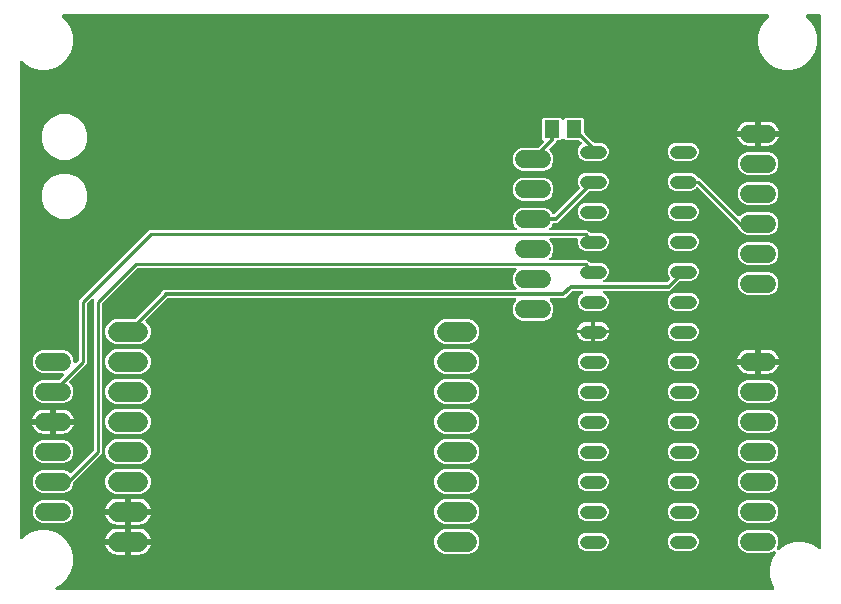
<source format=gbr>
G04 EAGLE Gerber RS-274X export*
G75*
%MOMM*%
%FSLAX34Y34*%
%LPD*%
%INBottom Copper*%
%IPPOS*%
%AMOC8*
5,1,8,0,0,1.08239X$1,22.5*%
G01*
%ADD10C,1.524000*%
%ADD11C,1.108000*%
%ADD12C,1.705100*%
%ADD13R,1.300000X1.500000*%
%ADD14C,0.756400*%
%ADD15C,0.304800*%
%ADD16C,0.254000*%

G36*
X647678Y-15223D02*
X647678Y-15223D01*
X647810Y-15212D01*
X647836Y-15203D01*
X647862Y-15199D01*
X647985Y-15151D01*
X648111Y-15107D01*
X648133Y-15092D01*
X648158Y-15082D01*
X648265Y-15005D01*
X648376Y-14931D01*
X648394Y-14911D01*
X648415Y-14896D01*
X648500Y-14793D01*
X648589Y-14695D01*
X648601Y-14671D01*
X648618Y-14651D01*
X648675Y-14531D01*
X648736Y-14414D01*
X648742Y-14387D01*
X648754Y-14363D01*
X648779Y-14233D01*
X648809Y-14104D01*
X648809Y-14077D01*
X648814Y-14051D01*
X648805Y-13919D01*
X648803Y-13786D01*
X648796Y-13760D01*
X648794Y-13733D01*
X648753Y-13607D01*
X648718Y-13480D01*
X648701Y-13445D01*
X648696Y-13431D01*
X648684Y-13412D01*
X648646Y-13335D01*
X646554Y-9712D01*
X644839Y-3312D01*
X644839Y3312D01*
X646554Y9712D01*
X649882Y15477D01*
X649907Y15535D01*
X649940Y15589D01*
X649968Y15681D01*
X650006Y15770D01*
X650015Y15833D01*
X650034Y15893D01*
X650038Y15989D01*
X650052Y16085D01*
X650046Y16148D01*
X650049Y16210D01*
X650029Y16305D01*
X650019Y16401D01*
X649997Y16460D01*
X649984Y16522D01*
X649942Y16609D01*
X649908Y16699D01*
X649872Y16751D01*
X649845Y16808D01*
X649782Y16881D01*
X649727Y16960D01*
X649679Y17002D01*
X649638Y17050D01*
X649559Y17105D01*
X649486Y17168D01*
X649430Y17196D01*
X649378Y17233D01*
X649288Y17267D01*
X649202Y17310D01*
X649140Y17323D01*
X649081Y17345D01*
X648985Y17356D01*
X648891Y17376D01*
X648828Y17374D01*
X648765Y17381D01*
X648669Y17367D01*
X648573Y17363D01*
X648512Y17345D01*
X648450Y17336D01*
X648298Y17284D01*
X644544Y15729D01*
X625456Y15729D01*
X621902Y17202D01*
X619182Y19922D01*
X617709Y23476D01*
X617709Y27324D01*
X619182Y30878D01*
X621902Y33598D01*
X625456Y35071D01*
X644544Y35071D01*
X648098Y33598D01*
X650818Y30878D01*
X652291Y27324D01*
X652291Y23476D01*
X650771Y19807D01*
X650752Y19739D01*
X650725Y19675D01*
X650710Y19586D01*
X650687Y19500D01*
X650686Y19430D01*
X650675Y19361D01*
X650683Y19272D01*
X650682Y19182D01*
X650698Y19114D01*
X650705Y19045D01*
X650735Y18960D01*
X650756Y18873D01*
X650789Y18811D01*
X650812Y18745D01*
X650863Y18671D01*
X650905Y18592D01*
X650952Y18540D01*
X650991Y18482D01*
X651058Y18423D01*
X651119Y18356D01*
X651177Y18318D01*
X651229Y18272D01*
X651309Y18231D01*
X651384Y18182D01*
X651450Y18159D01*
X651512Y18127D01*
X651600Y18107D01*
X651685Y18078D01*
X651755Y18073D01*
X651823Y18057D01*
X651912Y18060D01*
X652002Y18053D01*
X652071Y18065D01*
X652141Y18067D01*
X652227Y18092D01*
X652315Y18107D01*
X652379Y18136D01*
X652446Y18156D01*
X652523Y18201D01*
X652605Y18238D01*
X652660Y18282D01*
X652720Y18317D01*
X652841Y18423D01*
X654551Y20134D01*
X660288Y23446D01*
X666688Y25161D01*
X673312Y25161D01*
X679712Y23446D01*
X685449Y20134D01*
X686173Y19410D01*
X686282Y19325D01*
X686389Y19236D01*
X686408Y19228D01*
X686424Y19215D01*
X686552Y19160D01*
X686677Y19101D01*
X686697Y19097D01*
X686716Y19089D01*
X686854Y19067D01*
X686990Y19041D01*
X687010Y19042D01*
X687030Y19039D01*
X687169Y19052D01*
X687307Y19061D01*
X687326Y19067D01*
X687346Y19069D01*
X687477Y19116D01*
X687609Y19159D01*
X687627Y19170D01*
X687646Y19176D01*
X687760Y19254D01*
X687878Y19329D01*
X687892Y19344D01*
X687909Y19355D01*
X688001Y19459D01*
X688096Y19560D01*
X688106Y19578D01*
X688119Y19593D01*
X688182Y19717D01*
X688250Y19839D01*
X688255Y19859D01*
X688264Y19877D01*
X688294Y20013D01*
X688329Y20147D01*
X688331Y20175D01*
X688334Y20187D01*
X688333Y20207D01*
X688339Y20308D01*
X688339Y470570D01*
X688324Y470688D01*
X688317Y470807D01*
X688304Y470845D01*
X688299Y470886D01*
X688256Y470996D01*
X688219Y471109D01*
X688197Y471144D01*
X688182Y471181D01*
X688113Y471277D01*
X688049Y471378D01*
X688019Y471406D01*
X687996Y471439D01*
X687904Y471515D01*
X687817Y471596D01*
X687782Y471616D01*
X687751Y471641D01*
X687643Y471692D01*
X687539Y471750D01*
X687499Y471760D01*
X687463Y471777D01*
X687346Y471799D01*
X687231Y471829D01*
X687171Y471833D01*
X687151Y471837D01*
X687130Y471835D01*
X687070Y471839D01*
X676808Y471839D01*
X676670Y471822D01*
X676531Y471809D01*
X676512Y471802D01*
X676492Y471799D01*
X676363Y471748D01*
X676232Y471701D01*
X676215Y471690D01*
X676196Y471682D01*
X676084Y471601D01*
X675969Y471523D01*
X675955Y471507D01*
X675939Y471496D01*
X675850Y471388D01*
X675758Y471284D01*
X675749Y471266D01*
X675736Y471251D01*
X675677Y471125D01*
X675614Y471001D01*
X675609Y470981D01*
X675601Y470963D01*
X675575Y470827D01*
X675544Y470691D01*
X675545Y470670D01*
X675541Y470651D01*
X675550Y470512D01*
X675554Y470373D01*
X675559Y470353D01*
X675561Y470333D01*
X675603Y470201D01*
X675642Y470067D01*
X675652Y470050D01*
X675659Y470031D01*
X675733Y469913D01*
X675804Y469793D01*
X675822Y469772D01*
X675829Y469762D01*
X675844Y469748D01*
X675910Y469673D01*
X680134Y465449D01*
X683446Y459712D01*
X685161Y453312D01*
X685161Y446688D01*
X683446Y440288D01*
X680134Y434551D01*
X675449Y429866D01*
X669712Y426554D01*
X663312Y424839D01*
X656688Y424839D01*
X650288Y426554D01*
X644551Y429866D01*
X639866Y434551D01*
X636554Y440288D01*
X634839Y446688D01*
X634839Y453312D01*
X636554Y459712D01*
X639866Y465449D01*
X644090Y469673D01*
X644175Y469782D01*
X644264Y469889D01*
X644272Y469908D01*
X644285Y469924D01*
X644340Y470052D01*
X644399Y470177D01*
X644403Y470197D01*
X644411Y470216D01*
X644433Y470354D01*
X644459Y470490D01*
X644458Y470510D01*
X644461Y470530D01*
X644448Y470669D01*
X644439Y470807D01*
X644433Y470826D01*
X644431Y470846D01*
X644384Y470978D01*
X644341Y471109D01*
X644330Y471127D01*
X644324Y471146D01*
X644246Y471261D01*
X644171Y471378D01*
X644156Y471392D01*
X644145Y471409D01*
X644041Y471501D01*
X643940Y471596D01*
X643922Y471606D01*
X643907Y471619D01*
X643782Y471683D01*
X643661Y471750D01*
X643641Y471755D01*
X643623Y471764D01*
X643488Y471794D01*
X643353Y471829D01*
X643325Y471831D01*
X643313Y471834D01*
X643293Y471833D01*
X643192Y471839D01*
X46808Y471839D01*
X46670Y471822D01*
X46531Y471809D01*
X46512Y471802D01*
X46492Y471799D01*
X46363Y471748D01*
X46232Y471701D01*
X46215Y471690D01*
X46196Y471682D01*
X46084Y471601D01*
X45969Y471523D01*
X45955Y471507D01*
X45939Y471496D01*
X45850Y471388D01*
X45758Y471284D01*
X45749Y471266D01*
X45736Y471251D01*
X45677Y471125D01*
X45614Y471001D01*
X45609Y470981D01*
X45601Y470963D01*
X45575Y470827D01*
X45544Y470691D01*
X45545Y470670D01*
X45541Y470651D01*
X45550Y470512D01*
X45554Y470373D01*
X45559Y470353D01*
X45561Y470333D01*
X45603Y470201D01*
X45642Y470067D01*
X45652Y470050D01*
X45659Y470031D01*
X45733Y469913D01*
X45804Y469793D01*
X45822Y469772D01*
X45829Y469762D01*
X45844Y469748D01*
X45910Y469673D01*
X50134Y465449D01*
X53446Y459712D01*
X55161Y453312D01*
X55161Y446688D01*
X53446Y440288D01*
X50134Y434551D01*
X45449Y429866D01*
X39712Y426554D01*
X33312Y424839D01*
X26688Y424839D01*
X20288Y426554D01*
X14551Y429866D01*
X12327Y432090D01*
X12218Y432175D01*
X12111Y432264D01*
X12092Y432272D01*
X12076Y432285D01*
X11948Y432340D01*
X11823Y432399D01*
X11803Y432403D01*
X11784Y432411D01*
X11646Y432433D01*
X11510Y432459D01*
X11490Y432458D01*
X11470Y432461D01*
X11331Y432448D01*
X11193Y432439D01*
X11174Y432433D01*
X11154Y432431D01*
X11022Y432384D01*
X10891Y432341D01*
X10873Y432330D01*
X10854Y432324D01*
X10739Y432246D01*
X10622Y432171D01*
X10608Y432156D01*
X10591Y432145D01*
X10499Y432041D01*
X10404Y431940D01*
X10394Y431922D01*
X10381Y431907D01*
X10317Y431782D01*
X10250Y431661D01*
X10245Y431641D01*
X10236Y431623D01*
X10206Y431488D01*
X10171Y431353D01*
X10169Y431325D01*
X10166Y431313D01*
X10167Y431293D01*
X10161Y431192D01*
X10161Y28808D01*
X10178Y28670D01*
X10191Y28531D01*
X10198Y28512D01*
X10201Y28492D01*
X10252Y28363D01*
X10299Y28232D01*
X10310Y28215D01*
X10318Y28196D01*
X10399Y28084D01*
X10477Y27969D01*
X10493Y27955D01*
X10504Y27939D01*
X10612Y27850D01*
X10716Y27758D01*
X10734Y27749D01*
X10749Y27736D01*
X10875Y27677D01*
X10999Y27614D01*
X11019Y27609D01*
X11037Y27601D01*
X11173Y27575D01*
X11309Y27544D01*
X11330Y27545D01*
X11349Y27541D01*
X11488Y27550D01*
X11627Y27554D01*
X11647Y27559D01*
X11667Y27561D01*
X11799Y27603D01*
X11933Y27642D01*
X11950Y27652D01*
X11969Y27659D01*
X12087Y27733D01*
X12207Y27804D01*
X12228Y27822D01*
X12238Y27829D01*
X12252Y27844D01*
X12327Y27910D01*
X14551Y30134D01*
X20288Y33446D01*
X26688Y35161D01*
X33312Y35161D01*
X39712Y33446D01*
X45449Y30134D01*
X50134Y25449D01*
X53446Y19712D01*
X55161Y13312D01*
X55161Y6688D01*
X53446Y288D01*
X50134Y-5449D01*
X45449Y-10134D01*
X40708Y-12871D01*
X40592Y-12959D01*
X40474Y-13044D01*
X40465Y-13055D01*
X40455Y-13063D01*
X40364Y-13177D01*
X40271Y-13289D01*
X40266Y-13302D01*
X40257Y-13312D01*
X40197Y-13446D01*
X40136Y-13577D01*
X40133Y-13590D01*
X40128Y-13603D01*
X40103Y-13747D01*
X40076Y-13890D01*
X40077Y-13903D01*
X40075Y-13916D01*
X40087Y-14062D01*
X40096Y-14207D01*
X40100Y-14220D01*
X40101Y-14233D01*
X40149Y-14371D01*
X40194Y-14509D01*
X40201Y-14521D01*
X40205Y-14534D01*
X40286Y-14655D01*
X40364Y-14778D01*
X40374Y-14787D01*
X40381Y-14799D01*
X40489Y-14896D01*
X40596Y-14996D01*
X40607Y-15003D01*
X40617Y-15012D01*
X40747Y-15079D01*
X40874Y-15150D01*
X40887Y-15153D01*
X40899Y-15159D01*
X41041Y-15193D01*
X41182Y-15229D01*
X41200Y-15230D01*
X41209Y-15232D01*
X41226Y-15232D01*
X41343Y-15239D01*
X647547Y-15239D01*
X647678Y-15223D01*
G37*
%LPC*%
G36*
X28556Y66529D02*
X28556Y66529D01*
X25002Y68002D01*
X22282Y70722D01*
X20809Y74276D01*
X20809Y78124D01*
X22282Y81678D01*
X25002Y84398D01*
X28556Y85871D01*
X47644Y85871D01*
X51198Y84398D01*
X51853Y83744D01*
X51947Y83671D01*
X52036Y83592D01*
X52072Y83574D01*
X52104Y83549D01*
X52213Y83502D01*
X52319Y83447D01*
X52359Y83439D01*
X52396Y83423D01*
X52514Y83404D01*
X52629Y83378D01*
X52670Y83379D01*
X52710Y83373D01*
X52828Y83384D01*
X52947Y83387D01*
X52986Y83399D01*
X53026Y83403D01*
X53139Y83443D01*
X53253Y83476D01*
X53288Y83496D01*
X53326Y83510D01*
X53424Y83577D01*
X53527Y83637D01*
X53572Y83677D01*
X53589Y83689D01*
X53602Y83704D01*
X53648Y83744D01*
X72508Y102604D01*
X72568Y102682D01*
X72636Y102754D01*
X72665Y102807D01*
X72702Y102855D01*
X72742Y102946D01*
X72790Y103033D01*
X72805Y103091D01*
X72829Y103147D01*
X72844Y103245D01*
X72869Y103341D01*
X72875Y103441D01*
X72879Y103461D01*
X72877Y103473D01*
X72879Y103501D01*
X72879Y230219D01*
X72862Y230356D01*
X72849Y230495D01*
X72842Y230514D01*
X72839Y230534D01*
X72788Y230663D01*
X72741Y230794D01*
X72730Y230811D01*
X72722Y230830D01*
X72641Y230943D01*
X72563Y231058D01*
X72547Y231071D01*
X72536Y231087D01*
X72428Y231176D01*
X72324Y231268D01*
X72306Y231277D01*
X72291Y231290D01*
X72165Y231349D01*
X72041Y231413D01*
X72021Y231417D01*
X72003Y231426D01*
X71867Y231452D01*
X71731Y231482D01*
X71710Y231482D01*
X71691Y231486D01*
X71552Y231477D01*
X71413Y231473D01*
X71393Y231467D01*
X71373Y231466D01*
X71241Y231423D01*
X71107Y231384D01*
X71090Y231374D01*
X71071Y231368D01*
X70953Y231293D01*
X70833Y231223D01*
X70812Y231204D01*
X70802Y231198D01*
X70788Y231183D01*
X70713Y231116D01*
X67192Y227596D01*
X67132Y227518D01*
X67064Y227446D01*
X67035Y227393D01*
X66998Y227345D01*
X66958Y227254D01*
X66910Y227167D01*
X66895Y227109D01*
X66871Y227053D01*
X66856Y226955D01*
X66831Y226859D01*
X66825Y226759D01*
X66821Y226739D01*
X66823Y226727D01*
X66821Y226699D01*
X66821Y176425D01*
X51994Y161598D01*
X51921Y161503D01*
X51842Y161414D01*
X51824Y161378D01*
X51799Y161346D01*
X51752Y161237D01*
X51697Y161131D01*
X51689Y161092D01*
X51673Y161055D01*
X51654Y160937D01*
X51628Y160821D01*
X51629Y160780D01*
X51623Y160740D01*
X51634Y160622D01*
X51637Y160503D01*
X51649Y160464D01*
X51653Y160424D01*
X51693Y160312D01*
X51726Y160197D01*
X51746Y160163D01*
X51760Y160125D01*
X51827Y160026D01*
X51887Y159923D01*
X51927Y159878D01*
X51939Y159861D01*
X51954Y159848D01*
X51994Y159803D01*
X53918Y157878D01*
X55391Y154324D01*
X55391Y150476D01*
X53918Y146922D01*
X51198Y144202D01*
X47644Y142729D01*
X28556Y142729D01*
X25002Y144202D01*
X22282Y146922D01*
X20809Y150476D01*
X20809Y154324D01*
X22282Y157878D01*
X25002Y160598D01*
X28556Y162071D01*
X42549Y162071D01*
X42647Y162083D01*
X42746Y162086D01*
X42804Y162103D01*
X42864Y162111D01*
X42956Y162147D01*
X43052Y162175D01*
X43104Y162205D01*
X43160Y162228D01*
X43240Y162286D01*
X43325Y162336D01*
X43401Y162402D01*
X43417Y162414D01*
X43425Y162424D01*
X43446Y162442D01*
X46966Y165963D01*
X47052Y166072D01*
X47140Y166179D01*
X47149Y166198D01*
X47161Y166214D01*
X47217Y166342D01*
X47276Y166467D01*
X47280Y166487D01*
X47288Y166506D01*
X47310Y166644D01*
X47336Y166780D01*
X47334Y166800D01*
X47337Y166820D01*
X47324Y166959D01*
X47316Y167097D01*
X47310Y167116D01*
X47308Y167136D01*
X47260Y167268D01*
X47218Y167399D01*
X47207Y167417D01*
X47200Y167436D01*
X47122Y167551D01*
X47048Y167668D01*
X47033Y167682D01*
X47021Y167699D01*
X46917Y167791D01*
X46816Y167886D01*
X46798Y167896D01*
X46783Y167909D01*
X46659Y167972D01*
X46537Y168040D01*
X46518Y168045D01*
X46500Y168054D01*
X46364Y168084D01*
X46230Y168119D01*
X46201Y168121D01*
X46189Y168124D01*
X46169Y168123D01*
X46069Y168129D01*
X28556Y168129D01*
X25002Y169602D01*
X22282Y172322D01*
X20809Y175876D01*
X20809Y179724D01*
X22282Y183278D01*
X25002Y185998D01*
X28556Y187471D01*
X47644Y187471D01*
X51198Y185998D01*
X53918Y183278D01*
X55391Y179724D01*
X55391Y177451D01*
X55408Y177314D01*
X55421Y177175D01*
X55428Y177156D01*
X55431Y177136D01*
X55482Y177006D01*
X55529Y176876D01*
X55540Y176859D01*
X55548Y176840D01*
X55629Y176727D01*
X55707Y176612D01*
X55723Y176599D01*
X55734Y176583D01*
X55842Y176494D01*
X55946Y176402D01*
X55964Y176393D01*
X55979Y176380D01*
X56105Y176321D01*
X56229Y176257D01*
X56249Y176253D01*
X56267Y176244D01*
X56403Y176218D01*
X56539Y176188D01*
X56560Y176188D01*
X56579Y176184D01*
X56718Y176193D01*
X56857Y176197D01*
X56877Y176203D01*
X56897Y176204D01*
X57029Y176247D01*
X57163Y176286D01*
X57180Y176296D01*
X57199Y176302D01*
X57317Y176377D01*
X57437Y176447D01*
X57458Y176466D01*
X57468Y176472D01*
X57482Y176487D01*
X57557Y176554D01*
X59808Y178804D01*
X59868Y178882D01*
X59936Y178954D01*
X59965Y179007D01*
X60002Y179055D01*
X60042Y179146D01*
X60090Y179233D01*
X60105Y179291D01*
X60129Y179347D01*
X60144Y179445D01*
X60169Y179541D01*
X60175Y179641D01*
X60179Y179661D01*
X60177Y179673D01*
X60179Y179701D01*
X60179Y229975D01*
X62496Y232292D01*
X116958Y286754D01*
X119275Y289071D01*
X429519Y289071D01*
X429656Y289088D01*
X429795Y289101D01*
X429814Y289108D01*
X429834Y289111D01*
X429963Y289162D01*
X430094Y289209D01*
X430111Y289220D01*
X430130Y289228D01*
X430242Y289309D01*
X430357Y289387D01*
X430371Y289403D01*
X430387Y289414D01*
X430476Y289522D01*
X430568Y289626D01*
X430577Y289644D01*
X430590Y289659D01*
X430649Y289785D01*
X430712Y289909D01*
X430717Y289929D01*
X430725Y289947D01*
X430752Y290084D01*
X430782Y290219D01*
X430781Y290240D01*
X430785Y290259D01*
X430777Y290398D01*
X430772Y290537D01*
X430767Y290557D01*
X430765Y290577D01*
X430723Y290709D01*
X430684Y290843D01*
X430674Y290860D01*
X430667Y290879D01*
X430593Y290997D01*
X430522Y291117D01*
X430504Y291138D01*
X430497Y291148D01*
X430482Y291162D01*
X430416Y291237D01*
X428682Y292972D01*
X427209Y296526D01*
X427209Y300374D01*
X428682Y303928D01*
X431402Y306648D01*
X434956Y308121D01*
X454044Y308121D01*
X457598Y306648D01*
X460318Y303928D01*
X460662Y303099D01*
X460686Y303056D01*
X460703Y303009D01*
X460765Y302918D01*
X460819Y302823D01*
X460854Y302787D01*
X460882Y302746D01*
X460964Y302673D01*
X461041Y302594D01*
X461083Y302569D01*
X461120Y302536D01*
X461218Y302486D01*
X461312Y302428D01*
X461359Y302414D01*
X461403Y302391D01*
X461511Y302367D01*
X461616Y302335D01*
X461665Y302332D01*
X461714Y302321D01*
X461823Y302325D01*
X461933Y302319D01*
X461982Y302330D01*
X462032Y302331D01*
X462137Y302362D01*
X462245Y302384D01*
X462289Y302406D01*
X462337Y302419D01*
X462432Y302475D01*
X462530Y302523D01*
X462568Y302556D01*
X462611Y302581D01*
X462732Y302687D01*
X483737Y323693D01*
X483810Y323787D01*
X483889Y323876D01*
X483907Y323912D01*
X483932Y323944D01*
X483980Y324053D01*
X484034Y324159D01*
X484043Y324199D01*
X484059Y324236D01*
X484077Y324354D01*
X484103Y324470D01*
X484102Y324510D01*
X484108Y324550D01*
X484097Y324669D01*
X484094Y324788D01*
X484082Y324826D01*
X484079Y324867D01*
X484038Y324979D01*
X484005Y325093D01*
X483985Y325128D01*
X483971Y325166D01*
X483904Y325264D01*
X483844Y325367D01*
X483804Y325412D01*
X483792Y325429D01*
X483777Y325442D01*
X483737Y325488D01*
X483325Y325900D01*
X482169Y328690D01*
X482169Y331710D01*
X483325Y334500D01*
X485460Y336635D01*
X488250Y337791D01*
X502350Y337791D01*
X505140Y336635D01*
X507275Y334500D01*
X508431Y331710D01*
X508431Y328690D01*
X507275Y325900D01*
X505140Y323765D01*
X502350Y322609D01*
X493290Y322609D01*
X493192Y322597D01*
X493093Y322594D01*
X493035Y322577D01*
X492975Y322569D01*
X492883Y322533D01*
X492788Y322505D01*
X492736Y322475D01*
X492679Y322452D01*
X492599Y322394D01*
X492514Y322344D01*
X492438Y322278D01*
X492422Y322266D01*
X492414Y322256D01*
X492393Y322238D01*
X465031Y294875D01*
X461955Y294875D01*
X461926Y294872D01*
X461896Y294874D01*
X461768Y294852D01*
X461639Y294835D01*
X461612Y294825D01*
X461583Y294820D01*
X461464Y294766D01*
X461344Y294718D01*
X461320Y294701D01*
X461293Y294689D01*
X461191Y294608D01*
X461086Y294532D01*
X461068Y294509D01*
X461044Y294490D01*
X460966Y294387D01*
X460884Y294287D01*
X460871Y294260D01*
X460853Y294236D01*
X460782Y294092D01*
X460318Y292972D01*
X458584Y291237D01*
X458499Y291128D01*
X458410Y291021D01*
X458401Y291002D01*
X458389Y290986D01*
X458334Y290858D01*
X458275Y290733D01*
X458271Y290713D01*
X458263Y290694D01*
X458241Y290556D01*
X458215Y290420D01*
X458216Y290400D01*
X458213Y290380D01*
X458226Y290241D01*
X458235Y290103D01*
X458241Y290084D01*
X458243Y290064D01*
X458290Y289932D01*
X458333Y289801D01*
X458343Y289783D01*
X458350Y289764D01*
X458428Y289649D01*
X458503Y289532D01*
X458517Y289518D01*
X458529Y289501D01*
X458633Y289409D01*
X458734Y289314D01*
X458752Y289304D01*
X458767Y289291D01*
X458891Y289227D01*
X459013Y289160D01*
X459032Y289155D01*
X459050Y289146D01*
X459186Y289116D01*
X459321Y289081D01*
X459349Y289079D01*
X459361Y289076D01*
X459381Y289077D01*
X459481Y289071D01*
X490325Y289071D01*
X492034Y287362D01*
X492112Y287302D01*
X492184Y287234D01*
X492237Y287205D01*
X492285Y287168D01*
X492376Y287128D01*
X492463Y287080D01*
X492521Y287065D01*
X492577Y287041D01*
X492675Y287026D01*
X492771Y287001D01*
X492871Y286995D01*
X492891Y286991D01*
X492903Y286993D01*
X492931Y286991D01*
X502350Y286991D01*
X505140Y285835D01*
X507275Y283700D01*
X508431Y280910D01*
X508431Y277890D01*
X507275Y275100D01*
X505140Y272965D01*
X502350Y271809D01*
X488250Y271809D01*
X485460Y272965D01*
X483325Y275100D01*
X482169Y277890D01*
X482169Y281160D01*
X482154Y281278D01*
X482147Y281397D01*
X482134Y281435D01*
X482129Y281476D01*
X482086Y281586D01*
X482049Y281699D01*
X482027Y281734D01*
X482012Y281771D01*
X481943Y281867D01*
X481879Y281968D01*
X481849Y281996D01*
X481826Y282029D01*
X481734Y282105D01*
X481647Y282186D01*
X481612Y282206D01*
X481581Y282231D01*
X481473Y282282D01*
X481369Y282340D01*
X481329Y282350D01*
X481293Y282367D01*
X481176Y282389D01*
X481061Y282419D01*
X481001Y282423D01*
X480981Y282427D01*
X480960Y282425D01*
X480900Y282429D01*
X459481Y282429D01*
X459344Y282412D01*
X459205Y282399D01*
X459186Y282392D01*
X459166Y282389D01*
X459037Y282338D01*
X458906Y282291D01*
X458889Y282280D01*
X458870Y282272D01*
X458758Y282191D01*
X458643Y282113D01*
X458629Y282097D01*
X458613Y282086D01*
X458524Y281978D01*
X458432Y281874D01*
X458423Y281856D01*
X458410Y281841D01*
X458351Y281715D01*
X458288Y281591D01*
X458283Y281571D01*
X458275Y281553D01*
X458248Y281416D01*
X458218Y281281D01*
X458219Y281260D01*
X458215Y281241D01*
X458223Y281102D01*
X458228Y280963D01*
X458233Y280943D01*
X458235Y280923D01*
X458277Y280791D01*
X458316Y280657D01*
X458326Y280640D01*
X458333Y280621D01*
X458407Y280503D01*
X458478Y280383D01*
X458496Y280362D01*
X458503Y280352D01*
X458518Y280338D01*
X458584Y280263D01*
X460318Y278528D01*
X461791Y274974D01*
X461791Y271126D01*
X460318Y267572D01*
X458584Y265837D01*
X458499Y265728D01*
X458410Y265621D01*
X458401Y265602D01*
X458389Y265586D01*
X458334Y265458D01*
X458275Y265333D01*
X458271Y265313D01*
X458263Y265294D01*
X458241Y265156D01*
X458215Y265020D01*
X458216Y265000D01*
X458213Y264980D01*
X458226Y264841D01*
X458235Y264703D01*
X458241Y264684D01*
X458243Y264664D01*
X458290Y264532D01*
X458333Y264401D01*
X458343Y264383D01*
X458350Y264364D01*
X458428Y264249D01*
X458503Y264132D01*
X458517Y264118D01*
X458529Y264101D01*
X458633Y264009D01*
X458734Y263914D01*
X458752Y263904D01*
X458767Y263891D01*
X458891Y263827D01*
X459013Y263760D01*
X459032Y263755D01*
X459050Y263746D01*
X459186Y263716D01*
X459321Y263681D01*
X459349Y263679D01*
X459361Y263676D01*
X459381Y263677D01*
X459481Y263671D01*
X490325Y263671D01*
X492034Y261962D01*
X492112Y261902D01*
X492184Y261834D01*
X492237Y261805D01*
X492285Y261768D01*
X492376Y261728D01*
X492463Y261680D01*
X492521Y261665D01*
X492577Y261641D01*
X492675Y261626D01*
X492771Y261601D01*
X492871Y261595D01*
X492891Y261591D01*
X492903Y261593D01*
X492931Y261591D01*
X502350Y261591D01*
X505140Y260435D01*
X507275Y258300D01*
X508431Y255510D01*
X508431Y252490D01*
X507275Y249700D01*
X505140Y247565D01*
X504540Y247317D01*
X504480Y247282D01*
X504415Y247256D01*
X504342Y247204D01*
X504264Y247159D01*
X504214Y247111D01*
X504158Y247070D01*
X504100Y247000D01*
X504036Y246938D01*
X503999Y246878D01*
X503955Y246825D01*
X503916Y246743D01*
X503869Y246667D01*
X503849Y246600D01*
X503819Y246537D01*
X503802Y246449D01*
X503776Y246363D01*
X503773Y246293D01*
X503759Y246224D01*
X503765Y246135D01*
X503761Y246045D01*
X503775Y245977D01*
X503779Y245907D01*
X503807Y245822D01*
X503825Y245734D01*
X503856Y245671D01*
X503877Y245605D01*
X503925Y245529D01*
X503965Y245448D01*
X504010Y245395D01*
X504047Y245336D01*
X504113Y245274D01*
X504171Y245206D01*
X504228Y245166D01*
X504279Y245118D01*
X504358Y245075D01*
X504431Y245023D01*
X504496Y244998D01*
X504557Y244964D01*
X504644Y244942D01*
X504728Y244910D01*
X504798Y244902D01*
X504865Y244885D01*
X505026Y244875D01*
X557153Y244875D01*
X557251Y244887D01*
X557350Y244890D01*
X557408Y244907D01*
X557468Y244915D01*
X557560Y244951D01*
X557655Y244979D01*
X557708Y245009D01*
X557764Y245032D01*
X557844Y245090D01*
X557929Y245140D01*
X558005Y245206D01*
X558021Y245218D01*
X558029Y245228D01*
X558050Y245246D01*
X560117Y247313D01*
X560190Y247407D01*
X560269Y247496D01*
X560287Y247532D01*
X560312Y247564D01*
X560359Y247674D01*
X560413Y247780D01*
X560422Y247819D01*
X560438Y247856D01*
X560457Y247974D01*
X560483Y248090D01*
X560482Y248130D01*
X560488Y248170D01*
X560477Y248289D01*
X560473Y248408D01*
X560462Y248447D01*
X560458Y248487D01*
X560418Y248599D01*
X560385Y248713D01*
X560364Y248748D01*
X560351Y248786D01*
X560284Y248885D01*
X560223Y248987D01*
X560184Y249033D01*
X560172Y249049D01*
X560157Y249063D01*
X560117Y249108D01*
X559525Y249700D01*
X558369Y252490D01*
X558369Y255510D01*
X559525Y258300D01*
X561660Y260435D01*
X564450Y261591D01*
X578550Y261591D01*
X581340Y260435D01*
X583475Y258300D01*
X584631Y255510D01*
X584631Y252490D01*
X583475Y249700D01*
X581340Y247565D01*
X578550Y246409D01*
X569131Y246409D01*
X569033Y246397D01*
X568934Y246394D01*
X568876Y246377D01*
X568816Y246369D01*
X568724Y246333D01*
X568629Y246305D01*
X568576Y246275D01*
X568520Y246252D01*
X568440Y246194D01*
X568355Y246144D01*
X568279Y246078D01*
X568263Y246066D01*
X568255Y246056D01*
X568234Y246038D01*
X562746Y240550D01*
X562686Y240472D01*
X562618Y240400D01*
X562589Y240347D01*
X562552Y240299D01*
X562512Y240208D01*
X562464Y240121D01*
X562449Y240063D01*
X562425Y240007D01*
X562410Y239909D01*
X562391Y239835D01*
X560281Y237725D01*
X505026Y237725D01*
X504957Y237717D01*
X504887Y237718D01*
X504800Y237697D01*
X504711Y237685D01*
X504646Y237660D01*
X504578Y237643D01*
X504498Y237601D01*
X504415Y237568D01*
X504358Y237527D01*
X504297Y237495D01*
X504230Y237434D01*
X504158Y237382D01*
X504113Y237328D01*
X504061Y237281D01*
X504012Y237206D01*
X503955Y237137D01*
X503925Y237073D01*
X503887Y237015D01*
X503857Y236930D01*
X503819Y236849D01*
X503806Y236780D01*
X503783Y236714D01*
X503776Y236625D01*
X503759Y236537D01*
X503764Y236467D01*
X503758Y236397D01*
X503774Y236309D01*
X503779Y236219D01*
X503801Y236153D01*
X503813Y236084D01*
X503850Y236002D01*
X503877Y235917D01*
X503915Y235858D01*
X503943Y235794D01*
X503999Y235724D01*
X504047Y235648D01*
X504098Y235600D01*
X504142Y235546D01*
X504214Y235492D01*
X504279Y235430D01*
X504340Y235396D01*
X504396Y235354D01*
X504540Y235283D01*
X505140Y235035D01*
X507275Y232900D01*
X508431Y230110D01*
X508431Y227090D01*
X507275Y224300D01*
X505140Y222165D01*
X502350Y221009D01*
X488250Y221009D01*
X485460Y222165D01*
X483325Y224300D01*
X482169Y227090D01*
X482169Y230110D01*
X483325Y232900D01*
X485460Y235035D01*
X486060Y235283D01*
X486120Y235318D01*
X486185Y235344D01*
X486258Y235396D01*
X486336Y235441D01*
X486386Y235489D01*
X486442Y235530D01*
X486500Y235600D01*
X486564Y235662D01*
X486601Y235722D01*
X486645Y235775D01*
X486684Y235857D01*
X486731Y235933D01*
X486751Y236000D01*
X486781Y236063D01*
X486798Y236151D01*
X486824Y236237D01*
X486827Y236307D01*
X486841Y236376D01*
X486835Y236465D01*
X486839Y236555D01*
X486825Y236623D01*
X486821Y236693D01*
X486793Y236778D01*
X486775Y236866D01*
X486744Y236929D01*
X486723Y236995D01*
X486675Y237071D01*
X486635Y237152D01*
X486590Y237205D01*
X486553Y237264D01*
X486487Y237326D01*
X486429Y237394D01*
X486372Y237434D01*
X486321Y237482D01*
X486242Y237525D01*
X486169Y237577D01*
X486104Y237602D01*
X486043Y237636D01*
X485956Y237658D01*
X485872Y237690D01*
X485802Y237698D01*
X485735Y237715D01*
X485574Y237725D01*
X478256Y237725D01*
X478158Y237713D01*
X478059Y237710D01*
X478001Y237693D01*
X477941Y237685D01*
X477849Y237649D01*
X477754Y237621D01*
X477702Y237591D01*
X477645Y237568D01*
X477565Y237510D01*
X477480Y237460D01*
X477404Y237394D01*
X477388Y237382D01*
X477380Y237372D01*
X477359Y237354D01*
X471381Y231375D01*
X459735Y231375D01*
X459597Y231358D01*
X459459Y231345D01*
X459440Y231338D01*
X459420Y231335D01*
X459291Y231284D01*
X459160Y231237D01*
X459143Y231226D01*
X459124Y231218D01*
X459012Y231137D01*
X458897Y231059D01*
X458883Y231043D01*
X458867Y231032D01*
X458778Y230924D01*
X458686Y230820D01*
X458677Y230802D01*
X458664Y230787D01*
X458605Y230661D01*
X458542Y230537D01*
X458537Y230517D01*
X458529Y230499D01*
X458502Y230362D01*
X458472Y230227D01*
X458473Y230206D01*
X458469Y230187D01*
X458477Y230048D01*
X458482Y229909D01*
X458487Y229889D01*
X458489Y229869D01*
X458531Y229737D01*
X458570Y229603D01*
X458580Y229586D01*
X458587Y229567D01*
X458661Y229449D01*
X458732Y229329D01*
X458750Y229308D01*
X458757Y229298D01*
X458772Y229284D01*
X458838Y229209D01*
X460318Y227728D01*
X461791Y224174D01*
X461791Y220326D01*
X460318Y216772D01*
X457598Y214052D01*
X454044Y212579D01*
X434956Y212579D01*
X431402Y214052D01*
X428682Y216772D01*
X427209Y220326D01*
X427209Y224174D01*
X428682Y227728D01*
X430162Y229209D01*
X430247Y229318D01*
X430336Y229425D01*
X430345Y229444D01*
X430357Y229460D01*
X430412Y229588D01*
X430471Y229713D01*
X430475Y229733D01*
X430483Y229752D01*
X430505Y229890D01*
X430531Y230026D01*
X430530Y230046D01*
X430533Y230066D01*
X430520Y230205D01*
X430511Y230343D01*
X430505Y230362D01*
X430503Y230382D01*
X430456Y230514D01*
X430413Y230645D01*
X430403Y230663D01*
X430396Y230682D01*
X430318Y230797D01*
X430243Y230914D01*
X430229Y230928D01*
X430217Y230945D01*
X430113Y231037D01*
X430012Y231132D01*
X429994Y231142D01*
X429979Y231155D01*
X429855Y231219D01*
X429733Y231286D01*
X429714Y231291D01*
X429696Y231300D01*
X429560Y231330D01*
X429425Y231365D01*
X429397Y231367D01*
X429385Y231370D01*
X429365Y231369D01*
X429265Y231375D01*
X134997Y231375D01*
X134899Y231363D01*
X134800Y231360D01*
X134742Y231343D01*
X134682Y231335D01*
X134590Y231299D01*
X134495Y231271D01*
X134442Y231241D01*
X134386Y231218D01*
X134306Y231160D01*
X134221Y231110D01*
X134145Y231044D01*
X134129Y231032D01*
X134121Y231022D01*
X134100Y231004D01*
X116587Y213491D01*
X116514Y213396D01*
X116435Y213307D01*
X116417Y213271D01*
X116392Y213239D01*
X116345Y213130D01*
X116291Y213024D01*
X116282Y212985D01*
X116266Y212948D01*
X116247Y212830D01*
X116221Y212714D01*
X116222Y212673D01*
X116216Y212633D01*
X116227Y212515D01*
X116231Y212396D01*
X116242Y212357D01*
X116246Y212317D01*
X116286Y212205D01*
X116319Y212090D01*
X116339Y212056D01*
X116353Y212018D01*
X116420Y211919D01*
X116480Y211817D01*
X116520Y211771D01*
X116532Y211754D01*
X116547Y211741D01*
X116587Y211696D01*
X119092Y209191D01*
X120702Y205304D01*
X120702Y201096D01*
X119092Y197209D01*
X116116Y194234D01*
X112229Y192624D01*
X90971Y192624D01*
X87084Y194234D01*
X84108Y197209D01*
X82498Y201096D01*
X82498Y205304D01*
X84108Y209191D01*
X87084Y212166D01*
X90971Y213776D01*
X106954Y213776D01*
X107052Y213789D01*
X107152Y213792D01*
X107210Y213808D01*
X107270Y213816D01*
X107362Y213853D01*
X107457Y213880D01*
X107509Y213911D01*
X107566Y213933D01*
X107646Y213991D01*
X107731Y214042D01*
X107806Y214108D01*
X107823Y214120D01*
X107831Y214129D01*
X107852Y214148D01*
X129404Y235700D01*
X129464Y235778D01*
X129532Y235850D01*
X129561Y235903D01*
X129598Y235951D01*
X129638Y236042D01*
X129686Y236129D01*
X129701Y236187D01*
X129725Y236243D01*
X129740Y236341D01*
X129759Y236415D01*
X131869Y238525D01*
X429265Y238525D01*
X429403Y238542D01*
X429541Y238555D01*
X429560Y238562D01*
X429580Y238565D01*
X429709Y238616D01*
X429840Y238663D01*
X429857Y238674D01*
X429876Y238682D01*
X429988Y238763D01*
X430103Y238841D01*
X430117Y238857D01*
X430133Y238868D01*
X430222Y238976D01*
X430314Y239080D01*
X430323Y239098D01*
X430336Y239113D01*
X430395Y239239D01*
X430458Y239363D01*
X430463Y239383D01*
X430471Y239401D01*
X430498Y239538D01*
X430528Y239673D01*
X430527Y239694D01*
X430531Y239713D01*
X430523Y239852D01*
X430518Y239991D01*
X430513Y240011D01*
X430511Y240031D01*
X430469Y240163D01*
X430430Y240297D01*
X430420Y240314D01*
X430413Y240333D01*
X430339Y240451D01*
X430268Y240571D01*
X430250Y240592D01*
X430243Y240602D01*
X430228Y240616D01*
X430162Y240691D01*
X428682Y242172D01*
X427209Y245726D01*
X427209Y249574D01*
X428682Y253128D01*
X430416Y254863D01*
X430501Y254972D01*
X430590Y255079D01*
X430599Y255098D01*
X430611Y255114D01*
X430666Y255242D01*
X430725Y255367D01*
X430729Y255387D01*
X430737Y255406D01*
X430759Y255544D01*
X430785Y255680D01*
X430784Y255700D01*
X430787Y255720D01*
X430774Y255859D01*
X430765Y255997D01*
X430759Y256016D01*
X430757Y256036D01*
X430710Y256168D01*
X430667Y256299D01*
X430657Y256317D01*
X430650Y256336D01*
X430572Y256451D01*
X430497Y256568D01*
X430483Y256582D01*
X430471Y256599D01*
X430367Y256691D01*
X430266Y256786D01*
X430248Y256796D01*
X430233Y256809D01*
X430109Y256873D01*
X429987Y256940D01*
X429968Y256945D01*
X429950Y256954D01*
X429814Y256984D01*
X429679Y257019D01*
X429651Y257021D01*
X429639Y257024D01*
X429619Y257023D01*
X429519Y257029D01*
X109851Y257029D01*
X109753Y257017D01*
X109654Y257014D01*
X109596Y256997D01*
X109536Y256989D01*
X109444Y256953D01*
X109349Y256925D01*
X109296Y256895D01*
X109240Y256872D01*
X109160Y256814D01*
X109075Y256764D01*
X108999Y256698D01*
X108983Y256686D01*
X108975Y256676D01*
X108954Y256658D01*
X79892Y227596D01*
X79832Y227518D01*
X79764Y227446D01*
X79735Y227393D01*
X79698Y227345D01*
X79658Y227254D01*
X79610Y227167D01*
X79595Y227109D01*
X79571Y227053D01*
X79556Y226955D01*
X79531Y226859D01*
X79525Y226759D01*
X79521Y226739D01*
X79523Y226727D01*
X79521Y226699D01*
X79521Y100225D01*
X55762Y76466D01*
X55702Y76388D01*
X55634Y76316D01*
X55605Y76263D01*
X55568Y76215D01*
X55528Y76124D01*
X55480Y76037D01*
X55465Y75979D01*
X55441Y75923D01*
X55426Y75825D01*
X55401Y75729D01*
X55395Y75629D01*
X55391Y75609D01*
X55393Y75597D01*
X55391Y75569D01*
X55391Y74276D01*
X53918Y70722D01*
X51198Y68002D01*
X47644Y66529D01*
X28556Y66529D01*
G37*
%LPD*%
%LPC*%
G36*
X434956Y339579D02*
X434956Y339579D01*
X431402Y341052D01*
X428682Y343772D01*
X427209Y347326D01*
X427209Y351174D01*
X428682Y354728D01*
X431402Y357448D01*
X434956Y358921D01*
X448590Y358921D01*
X448688Y358933D01*
X448787Y358936D01*
X448845Y358953D01*
X448905Y358961D01*
X448997Y358997D01*
X449092Y359025D01*
X449144Y359055D01*
X449201Y359078D01*
X449281Y359136D01*
X449366Y359186D01*
X449442Y359252D01*
X449458Y359264D01*
X449466Y359274D01*
X449487Y359292D01*
X453275Y363080D01*
X453348Y363174D01*
X453426Y363263D01*
X453445Y363299D01*
X453470Y363331D01*
X453517Y363441D01*
X453571Y363547D01*
X453580Y363586D01*
X453596Y363623D01*
X453615Y363741D01*
X453641Y363857D01*
X453639Y363897D01*
X453646Y363937D01*
X453635Y364056D01*
X453631Y364175D01*
X453620Y364214D01*
X453616Y364254D01*
X453576Y364366D01*
X453543Y364480D01*
X453522Y364515D01*
X453508Y364553D01*
X453442Y364652D01*
X453381Y364754D01*
X453341Y364800D01*
X453330Y364816D01*
X453315Y364830D01*
X453275Y364875D01*
X451849Y366301D01*
X451849Y382999D01*
X453051Y384201D01*
X467749Y384201D01*
X469003Y382948D01*
X469097Y382875D01*
X469186Y382796D01*
X469222Y382778D01*
X469254Y382753D01*
X469363Y382705D01*
X469469Y382651D01*
X469508Y382642D01*
X469546Y382626D01*
X469663Y382608D01*
X469779Y382582D01*
X469820Y382583D01*
X469860Y382577D01*
X469978Y382588D01*
X470097Y382591D01*
X470136Y382603D01*
X470176Y382606D01*
X470288Y382647D01*
X470403Y382680D01*
X470438Y382700D01*
X470476Y382714D01*
X470574Y382781D01*
X470677Y382841D01*
X470722Y382881D01*
X470739Y382893D01*
X470752Y382908D01*
X470798Y382948D01*
X472051Y384201D01*
X486749Y384201D01*
X487951Y382999D01*
X487951Y371680D01*
X487963Y371582D01*
X487966Y371483D01*
X487983Y371425D01*
X487991Y371365D01*
X488027Y371273D01*
X488055Y371178D01*
X488085Y371126D01*
X488108Y371069D01*
X488166Y370989D01*
X488216Y370904D01*
X488282Y370828D01*
X488294Y370812D01*
X488304Y370804D01*
X488322Y370783D01*
X495543Y363562D01*
X495621Y363502D01*
X495693Y363434D01*
X495746Y363405D01*
X495794Y363368D01*
X495885Y363328D01*
X495972Y363280D01*
X496030Y363265D01*
X496086Y363241D01*
X496184Y363226D01*
X496280Y363201D01*
X496380Y363195D01*
X496400Y363191D01*
X496412Y363193D01*
X496440Y363191D01*
X502350Y363191D01*
X505140Y362035D01*
X507275Y359900D01*
X508431Y357110D01*
X508431Y354090D01*
X507275Y351300D01*
X505140Y349165D01*
X502350Y348009D01*
X488250Y348009D01*
X485460Y349165D01*
X483325Y351300D01*
X482169Y354090D01*
X482169Y357110D01*
X483325Y359900D01*
X485312Y361887D01*
X485385Y361981D01*
X485464Y362071D01*
X485482Y362107D01*
X485507Y362139D01*
X485555Y362248D01*
X485609Y362354D01*
X485618Y362393D01*
X485634Y362430D01*
X485652Y362548D01*
X485678Y362664D01*
X485677Y362704D01*
X485683Y362744D01*
X485672Y362863D01*
X485669Y362982D01*
X485657Y363021D01*
X485654Y363061D01*
X485613Y363173D01*
X485580Y363287D01*
X485560Y363322D01*
X485546Y363360D01*
X485479Y363459D01*
X485419Y363561D01*
X485379Y363607D01*
X485367Y363623D01*
X485352Y363637D01*
X485312Y363682D01*
X484267Y364728D01*
X484189Y364788D01*
X484117Y364856D01*
X484064Y364885D01*
X484016Y364922D01*
X483925Y364962D01*
X483838Y365010D01*
X483780Y365025D01*
X483724Y365049D01*
X483626Y365064D01*
X483530Y365089D01*
X483430Y365095D01*
X483410Y365099D01*
X483398Y365097D01*
X483370Y365099D01*
X472051Y365099D01*
X470798Y366352D01*
X470703Y366425D01*
X470614Y366504D01*
X470578Y366522D01*
X470546Y366547D01*
X470437Y366595D01*
X470331Y366649D01*
X470292Y366658D01*
X470254Y366674D01*
X470137Y366692D01*
X470021Y366718D01*
X469980Y366717D01*
X469940Y366723D01*
X469822Y366712D01*
X469703Y366709D01*
X469664Y366697D01*
X469624Y366694D01*
X469511Y366653D01*
X469397Y366620D01*
X469363Y366600D01*
X469324Y366586D01*
X469226Y366519D01*
X469123Y366459D01*
X469078Y366419D01*
X469061Y366407D01*
X469048Y366392D01*
X469003Y366352D01*
X467749Y365099D01*
X465244Y365099D01*
X465126Y365084D01*
X465007Y365077D01*
X464969Y365064D01*
X464928Y365059D01*
X464818Y365016D01*
X464705Y364979D01*
X464670Y364957D01*
X464633Y364942D01*
X464537Y364873D01*
X464436Y364809D01*
X464408Y364779D01*
X464375Y364756D01*
X464299Y364664D01*
X464218Y364577D01*
X464198Y364542D01*
X464173Y364511D01*
X464122Y364403D01*
X464064Y364299D01*
X464054Y364259D01*
X464037Y364223D01*
X464015Y364106D01*
X463985Y363991D01*
X463981Y363931D01*
X463977Y363911D01*
X463979Y363890D01*
X463975Y363830D01*
X463975Y363669D01*
X458573Y358268D01*
X458500Y358174D01*
X458422Y358085D01*
X458403Y358049D01*
X458379Y358017D01*
X458331Y357907D01*
X458277Y357802D01*
X458268Y357762D01*
X458252Y357725D01*
X458233Y357607D01*
X458207Y357491D01*
X458209Y357451D01*
X458202Y357411D01*
X458213Y357292D01*
X458217Y357173D01*
X458228Y357134D01*
X458232Y357094D01*
X458272Y356982D01*
X458306Y356868D01*
X458326Y356833D01*
X458340Y356795D01*
X458407Y356696D01*
X458467Y356594D01*
X458507Y356549D01*
X458518Y356532D01*
X458534Y356518D01*
X458573Y356473D01*
X460318Y354728D01*
X461791Y351174D01*
X461791Y347326D01*
X460318Y343772D01*
X457598Y341052D01*
X454044Y339579D01*
X434956Y339579D01*
G37*
%LPD*%
%LPC*%
G36*
X625456Y284969D02*
X625456Y284969D01*
X621902Y286442D01*
X619182Y289162D01*
X618316Y291251D01*
X618312Y291259D01*
X618309Y291268D01*
X618233Y291397D01*
X618159Y291527D01*
X618152Y291534D01*
X618148Y291542D01*
X618041Y291663D01*
X584537Y325167D01*
X584443Y325240D01*
X584354Y325319D01*
X584318Y325337D01*
X584286Y325362D01*
X584176Y325409D01*
X584070Y325463D01*
X584031Y325472D01*
X583994Y325488D01*
X583876Y325507D01*
X583760Y325533D01*
X583720Y325532D01*
X583680Y325538D01*
X583561Y325527D01*
X583442Y325523D01*
X583403Y325512D01*
X583363Y325508D01*
X583251Y325468D01*
X583137Y325435D01*
X583102Y325414D01*
X583064Y325401D01*
X582965Y325334D01*
X582863Y325273D01*
X582818Y325234D01*
X582801Y325222D01*
X582787Y325207D01*
X582742Y325167D01*
X581340Y323765D01*
X578550Y322609D01*
X564450Y322609D01*
X561660Y323765D01*
X559525Y325900D01*
X558369Y328690D01*
X558369Y331710D01*
X559525Y334500D01*
X561660Y336635D01*
X564450Y337791D01*
X578550Y337791D01*
X581340Y336635D01*
X583475Y334500D01*
X583556Y334304D01*
X583571Y334279D01*
X583580Y334251D01*
X583649Y334141D01*
X583714Y334028D01*
X583734Y334007D01*
X583750Y333982D01*
X583845Y333893D01*
X583935Y333800D01*
X583960Y333784D01*
X583982Y333764D01*
X584095Y333701D01*
X584206Y333633D01*
X584234Y333625D01*
X584260Y333610D01*
X584386Y333578D01*
X584510Y333540D01*
X584539Y333538D01*
X584568Y333531D01*
X584729Y333521D01*
X585575Y333521D01*
X618182Y300914D01*
X618277Y300841D01*
X618366Y300762D01*
X618402Y300744D01*
X618434Y300719D01*
X618543Y300672D01*
X618649Y300617D01*
X618688Y300609D01*
X618725Y300593D01*
X618843Y300574D01*
X618959Y300548D01*
X619000Y300549D01*
X619040Y300543D01*
X619158Y300554D01*
X619277Y300557D01*
X619316Y300569D01*
X619356Y300573D01*
X619468Y300613D01*
X619583Y300646D01*
X619617Y300666D01*
X619655Y300680D01*
X619754Y300747D01*
X619857Y300807D01*
X619902Y300847D01*
X619919Y300859D01*
X619932Y300874D01*
X619977Y300914D01*
X621902Y302838D01*
X625456Y304311D01*
X644544Y304311D01*
X648098Y302838D01*
X650818Y300118D01*
X652291Y296564D01*
X652291Y292716D01*
X650818Y289162D01*
X648098Y286442D01*
X644544Y284969D01*
X625456Y284969D01*
G37*
%LPD*%
%LPC*%
G36*
X43889Y348739D02*
X43889Y348739D01*
X36846Y351656D01*
X31456Y357046D01*
X28539Y364089D01*
X28539Y371711D01*
X31456Y378754D01*
X36846Y384144D01*
X43889Y387061D01*
X51511Y387061D01*
X58554Y384144D01*
X63944Y378754D01*
X66861Y371711D01*
X66861Y364089D01*
X63944Y357046D01*
X58554Y351656D01*
X51511Y348739D01*
X43889Y348739D01*
G37*
%LPD*%
%LPC*%
G36*
X43889Y298739D02*
X43889Y298739D01*
X36846Y301656D01*
X31456Y307046D01*
X28539Y314089D01*
X28539Y321711D01*
X31456Y328754D01*
X36846Y334144D01*
X43889Y337061D01*
X51511Y337061D01*
X58554Y334144D01*
X63944Y328754D01*
X66861Y321711D01*
X66861Y314089D01*
X63944Y307046D01*
X58554Y301656D01*
X51511Y298739D01*
X43889Y298739D01*
G37*
%LPD*%
%LPC*%
G36*
X369371Y40224D02*
X369371Y40224D01*
X365484Y41834D01*
X362508Y44809D01*
X360898Y48696D01*
X360898Y52904D01*
X362508Y56791D01*
X365484Y59766D01*
X369371Y61376D01*
X390629Y61376D01*
X394516Y59766D01*
X397492Y56791D01*
X399102Y52904D01*
X399102Y48696D01*
X397492Y44809D01*
X394516Y41834D01*
X390629Y40224D01*
X369371Y40224D01*
G37*
%LPD*%
%LPC*%
G36*
X369371Y141824D02*
X369371Y141824D01*
X365484Y143434D01*
X362508Y146409D01*
X360898Y150296D01*
X360898Y154504D01*
X362508Y158391D01*
X365484Y161366D01*
X369371Y162976D01*
X390629Y162976D01*
X394516Y161366D01*
X397492Y158391D01*
X399102Y154504D01*
X399102Y150296D01*
X397492Y146409D01*
X394516Y143434D01*
X390629Y141824D01*
X369371Y141824D01*
G37*
%LPD*%
%LPC*%
G36*
X90971Y65624D02*
X90971Y65624D01*
X87084Y67234D01*
X84108Y70209D01*
X82498Y74096D01*
X82498Y78304D01*
X84108Y82191D01*
X87084Y85166D01*
X90971Y86776D01*
X112229Y86776D01*
X116116Y85166D01*
X119092Y82191D01*
X120702Y78304D01*
X120702Y74096D01*
X119092Y70209D01*
X116116Y67234D01*
X112229Y65624D01*
X90971Y65624D01*
G37*
%LPD*%
%LPC*%
G36*
X90971Y141824D02*
X90971Y141824D01*
X87084Y143434D01*
X84108Y146409D01*
X82498Y150296D01*
X82498Y154504D01*
X84108Y158391D01*
X87084Y161366D01*
X90971Y162976D01*
X112229Y162976D01*
X116116Y161366D01*
X119092Y158391D01*
X120702Y154504D01*
X120702Y150296D01*
X119092Y146409D01*
X116116Y143434D01*
X112229Y141824D01*
X90971Y141824D01*
G37*
%LPD*%
%LPC*%
G36*
X90971Y167224D02*
X90971Y167224D01*
X87084Y168834D01*
X84108Y171809D01*
X82498Y175696D01*
X82498Y179904D01*
X84108Y183791D01*
X87084Y186766D01*
X90971Y188376D01*
X112229Y188376D01*
X116116Y186766D01*
X119092Y183791D01*
X120702Y179904D01*
X120702Y175696D01*
X119092Y171809D01*
X116116Y168834D01*
X112229Y167224D01*
X90971Y167224D01*
G37*
%LPD*%
%LPC*%
G36*
X369371Y167224D02*
X369371Y167224D01*
X365484Y168834D01*
X362508Y171809D01*
X360898Y175696D01*
X360898Y179904D01*
X362508Y183791D01*
X365484Y186766D01*
X369371Y188376D01*
X390629Y188376D01*
X394516Y186766D01*
X397492Y183791D01*
X399102Y179904D01*
X399102Y175696D01*
X397492Y171809D01*
X394516Y168834D01*
X390629Y167224D01*
X369371Y167224D01*
G37*
%LPD*%
%LPC*%
G36*
X369371Y14824D02*
X369371Y14824D01*
X365484Y16434D01*
X362508Y19409D01*
X360898Y23296D01*
X360898Y27504D01*
X362508Y31391D01*
X365484Y34366D01*
X369371Y35976D01*
X390629Y35976D01*
X394516Y34366D01*
X397492Y31391D01*
X399102Y27504D01*
X399102Y23296D01*
X397492Y19409D01*
X394516Y16434D01*
X390629Y14824D01*
X369371Y14824D01*
G37*
%LPD*%
%LPC*%
G36*
X369371Y116424D02*
X369371Y116424D01*
X365484Y118034D01*
X362508Y121009D01*
X360898Y124896D01*
X360898Y129104D01*
X362508Y132991D01*
X365484Y135966D01*
X369371Y137576D01*
X390629Y137576D01*
X394516Y135966D01*
X397492Y132991D01*
X399102Y129104D01*
X399102Y124896D01*
X397492Y121009D01*
X394516Y118034D01*
X390629Y116424D01*
X369371Y116424D01*
G37*
%LPD*%
%LPC*%
G36*
X90971Y116424D02*
X90971Y116424D01*
X87084Y118034D01*
X84108Y121009D01*
X82498Y124896D01*
X82498Y129104D01*
X84108Y132991D01*
X87084Y135966D01*
X90971Y137576D01*
X112229Y137576D01*
X116116Y135966D01*
X119092Y132991D01*
X120702Y129104D01*
X120702Y124896D01*
X119092Y121009D01*
X116116Y118034D01*
X112229Y116424D01*
X90971Y116424D01*
G37*
%LPD*%
%LPC*%
G36*
X369371Y65624D02*
X369371Y65624D01*
X365484Y67234D01*
X362508Y70209D01*
X360898Y74096D01*
X360898Y78304D01*
X362508Y82191D01*
X365484Y85166D01*
X369371Y86776D01*
X390629Y86776D01*
X394516Y85166D01*
X397492Y82191D01*
X399102Y78304D01*
X399102Y74096D01*
X397492Y70209D01*
X394516Y67234D01*
X390629Y65624D01*
X369371Y65624D01*
G37*
%LPD*%
%LPC*%
G36*
X369371Y91024D02*
X369371Y91024D01*
X365484Y92634D01*
X362508Y95609D01*
X360898Y99496D01*
X360898Y103704D01*
X362508Y107591D01*
X365484Y110566D01*
X369371Y112176D01*
X390629Y112176D01*
X394516Y110566D01*
X397492Y107591D01*
X399102Y103704D01*
X399102Y99496D01*
X397492Y95609D01*
X394516Y92634D01*
X390629Y91024D01*
X369371Y91024D01*
G37*
%LPD*%
%LPC*%
G36*
X369371Y192624D02*
X369371Y192624D01*
X365484Y194234D01*
X362508Y197209D01*
X360898Y201096D01*
X360898Y205304D01*
X362508Y209191D01*
X365484Y212166D01*
X369371Y213776D01*
X390629Y213776D01*
X394516Y212166D01*
X397492Y209191D01*
X399102Y205304D01*
X399102Y201096D01*
X397492Y197209D01*
X394516Y194234D01*
X390629Y192624D01*
X369371Y192624D01*
G37*
%LPD*%
%LPC*%
G36*
X90971Y91024D02*
X90971Y91024D01*
X87084Y92634D01*
X84108Y95609D01*
X82498Y99496D01*
X82498Y103704D01*
X84108Y107591D01*
X87084Y110566D01*
X90971Y112176D01*
X112229Y112176D01*
X116116Y110566D01*
X119092Y107591D01*
X120702Y103704D01*
X120702Y99496D01*
X119092Y95609D01*
X116116Y92634D01*
X112229Y91024D01*
X90971Y91024D01*
G37*
%LPD*%
%LPC*%
G36*
X625456Y66529D02*
X625456Y66529D01*
X621902Y68002D01*
X619182Y70722D01*
X617709Y74276D01*
X617709Y78124D01*
X619182Y81678D01*
X621902Y84398D01*
X625456Y85871D01*
X644544Y85871D01*
X648098Y84398D01*
X650818Y81678D01*
X652291Y78124D01*
X652291Y74276D01*
X650818Y70722D01*
X648098Y68002D01*
X644544Y66529D01*
X625456Y66529D01*
G37*
%LPD*%
%LPC*%
G36*
X625456Y259569D02*
X625456Y259569D01*
X621902Y261042D01*
X619182Y263762D01*
X617709Y267316D01*
X617709Y271164D01*
X619182Y274718D01*
X621902Y277438D01*
X625456Y278911D01*
X644544Y278911D01*
X648098Y277438D01*
X650818Y274718D01*
X652291Y271164D01*
X652291Y267316D01*
X650818Y263762D01*
X648098Y261042D01*
X644544Y259569D01*
X625456Y259569D01*
G37*
%LPD*%
%LPC*%
G36*
X625456Y91929D02*
X625456Y91929D01*
X621902Y93402D01*
X619182Y96122D01*
X617709Y99676D01*
X617709Y103524D01*
X619182Y107078D01*
X621902Y109798D01*
X625456Y111271D01*
X644544Y111271D01*
X648098Y109798D01*
X650818Y107078D01*
X652291Y103524D01*
X652291Y99676D01*
X650818Y96122D01*
X648098Y93402D01*
X644544Y91929D01*
X625456Y91929D01*
G37*
%LPD*%
%LPC*%
G36*
X28556Y91929D02*
X28556Y91929D01*
X25002Y93402D01*
X22282Y96122D01*
X20809Y99676D01*
X20809Y103524D01*
X22282Y107078D01*
X25002Y109798D01*
X28556Y111271D01*
X47644Y111271D01*
X51198Y109798D01*
X53918Y107078D01*
X55391Y103524D01*
X55391Y99676D01*
X53918Y96122D01*
X51198Y93402D01*
X47644Y91929D01*
X28556Y91929D01*
G37*
%LPD*%
%LPC*%
G36*
X625456Y117329D02*
X625456Y117329D01*
X621902Y118802D01*
X619182Y121522D01*
X617709Y125076D01*
X617709Y128924D01*
X619182Y132478D01*
X621902Y135198D01*
X625456Y136671D01*
X644544Y136671D01*
X648098Y135198D01*
X650818Y132478D01*
X652291Y128924D01*
X652291Y125076D01*
X650818Y121522D01*
X648098Y118802D01*
X644544Y117329D01*
X625456Y117329D01*
G37*
%LPD*%
%LPC*%
G36*
X625456Y310369D02*
X625456Y310369D01*
X621902Y311842D01*
X619182Y314562D01*
X617709Y318116D01*
X617709Y321964D01*
X619182Y325518D01*
X621902Y328238D01*
X625456Y329711D01*
X644544Y329711D01*
X648098Y328238D01*
X650818Y325518D01*
X652291Y321964D01*
X652291Y318116D01*
X650818Y314562D01*
X648098Y311842D01*
X644544Y310369D01*
X625456Y310369D01*
G37*
%LPD*%
%LPC*%
G36*
X434956Y314179D02*
X434956Y314179D01*
X431402Y315652D01*
X428682Y318372D01*
X427209Y321926D01*
X427209Y325774D01*
X428682Y329328D01*
X431402Y332048D01*
X434956Y333521D01*
X454044Y333521D01*
X457598Y332048D01*
X460318Y329328D01*
X461791Y325774D01*
X461791Y321926D01*
X460318Y318372D01*
X457598Y315652D01*
X454044Y314179D01*
X434956Y314179D01*
G37*
%LPD*%
%LPC*%
G36*
X625456Y142729D02*
X625456Y142729D01*
X621902Y144202D01*
X619182Y146922D01*
X617709Y150476D01*
X617709Y154324D01*
X619182Y157878D01*
X621902Y160598D01*
X625456Y162071D01*
X644544Y162071D01*
X648098Y160598D01*
X650818Y157878D01*
X652291Y154324D01*
X652291Y150476D01*
X650818Y146922D01*
X648098Y144202D01*
X644544Y142729D01*
X625456Y142729D01*
G37*
%LPD*%
%LPC*%
G36*
X28556Y41129D02*
X28556Y41129D01*
X25002Y42602D01*
X22282Y45322D01*
X20809Y48876D01*
X20809Y52724D01*
X22282Y56278D01*
X25002Y58998D01*
X28556Y60471D01*
X47644Y60471D01*
X51198Y58998D01*
X53918Y56278D01*
X55391Y52724D01*
X55391Y48876D01*
X53918Y45322D01*
X51198Y42602D01*
X47644Y41129D01*
X28556Y41129D01*
G37*
%LPD*%
%LPC*%
G36*
X625456Y41129D02*
X625456Y41129D01*
X621902Y42602D01*
X619182Y45322D01*
X617709Y48876D01*
X617709Y52724D01*
X619182Y56278D01*
X621902Y58998D01*
X625456Y60471D01*
X644544Y60471D01*
X648098Y58998D01*
X650818Y56278D01*
X652291Y52724D01*
X652291Y48876D01*
X650818Y45322D01*
X648098Y42602D01*
X644544Y41129D01*
X625456Y41129D01*
G37*
%LPD*%
%LPC*%
G36*
X625456Y335769D02*
X625456Y335769D01*
X621902Y337242D01*
X619182Y339962D01*
X617709Y343516D01*
X617709Y347364D01*
X619182Y350918D01*
X621902Y353638D01*
X625456Y355111D01*
X644544Y355111D01*
X648098Y353638D01*
X650818Y350918D01*
X652291Y347364D01*
X652291Y343516D01*
X650818Y339962D01*
X648098Y337242D01*
X644544Y335769D01*
X625456Y335769D01*
G37*
%LPD*%
%LPC*%
G36*
X625456Y234169D02*
X625456Y234169D01*
X621902Y235642D01*
X619182Y238362D01*
X617709Y241916D01*
X617709Y245764D01*
X619182Y249318D01*
X621902Y252038D01*
X625456Y253511D01*
X644544Y253511D01*
X648098Y252038D01*
X650818Y249318D01*
X652291Y245764D01*
X652291Y241916D01*
X650818Y238362D01*
X648098Y235642D01*
X644544Y234169D01*
X625456Y234169D01*
G37*
%LPD*%
%LPC*%
G36*
X564450Y170209D02*
X564450Y170209D01*
X561660Y171365D01*
X559525Y173500D01*
X558369Y176290D01*
X558369Y179310D01*
X559525Y182100D01*
X561660Y184235D01*
X564450Y185391D01*
X578550Y185391D01*
X581340Y184235D01*
X583475Y182100D01*
X584631Y179310D01*
X584631Y176290D01*
X583475Y173500D01*
X581340Y171365D01*
X578550Y170209D01*
X564450Y170209D01*
G37*
%LPD*%
%LPC*%
G36*
X488250Y170209D02*
X488250Y170209D01*
X485460Y171365D01*
X483325Y173500D01*
X482169Y176290D01*
X482169Y179310D01*
X483325Y182100D01*
X485460Y184235D01*
X488250Y185391D01*
X502350Y185391D01*
X505140Y184235D01*
X507275Y182100D01*
X508431Y179310D01*
X508431Y176290D01*
X507275Y173500D01*
X505140Y171365D01*
X502350Y170209D01*
X488250Y170209D01*
G37*
%LPD*%
%LPC*%
G36*
X488250Y17809D02*
X488250Y17809D01*
X485460Y18965D01*
X483325Y21100D01*
X482169Y23890D01*
X482169Y26910D01*
X483325Y29700D01*
X485460Y31835D01*
X488250Y32991D01*
X502350Y32991D01*
X505140Y31835D01*
X507275Y29700D01*
X508431Y26910D01*
X508431Y23890D01*
X507275Y21100D01*
X505140Y18965D01*
X502350Y17809D01*
X488250Y17809D01*
G37*
%LPD*%
%LPC*%
G36*
X564450Y17809D02*
X564450Y17809D01*
X561660Y18965D01*
X559525Y21100D01*
X558369Y23890D01*
X558369Y26910D01*
X559525Y29700D01*
X561660Y31835D01*
X564450Y32991D01*
X578550Y32991D01*
X581340Y31835D01*
X583475Y29700D01*
X584631Y26910D01*
X584631Y23890D01*
X583475Y21100D01*
X581340Y18965D01*
X578550Y17809D01*
X564450Y17809D01*
G37*
%LPD*%
%LPC*%
G36*
X488250Y43209D02*
X488250Y43209D01*
X485460Y44365D01*
X483325Y46500D01*
X482169Y49290D01*
X482169Y52310D01*
X483325Y55100D01*
X485460Y57235D01*
X488250Y58391D01*
X502350Y58391D01*
X505140Y57235D01*
X507275Y55100D01*
X508431Y52310D01*
X508431Y49290D01*
X507275Y46500D01*
X505140Y44365D01*
X502350Y43209D01*
X488250Y43209D01*
G37*
%LPD*%
%LPC*%
G36*
X564450Y43209D02*
X564450Y43209D01*
X561660Y44365D01*
X559525Y46500D01*
X558369Y49290D01*
X558369Y52310D01*
X559525Y55100D01*
X561660Y57235D01*
X564450Y58391D01*
X578550Y58391D01*
X581340Y57235D01*
X583475Y55100D01*
X584631Y52310D01*
X584631Y49290D01*
X583475Y46500D01*
X581340Y44365D01*
X578550Y43209D01*
X564450Y43209D01*
G37*
%LPD*%
%LPC*%
G36*
X488250Y68609D02*
X488250Y68609D01*
X485460Y69765D01*
X483325Y71900D01*
X482169Y74690D01*
X482169Y77710D01*
X483325Y80500D01*
X485460Y82635D01*
X488250Y83791D01*
X502350Y83791D01*
X505140Y82635D01*
X507275Y80500D01*
X508431Y77710D01*
X508431Y74690D01*
X507275Y71900D01*
X505140Y69765D01*
X502350Y68609D01*
X488250Y68609D01*
G37*
%LPD*%
%LPC*%
G36*
X564450Y68609D02*
X564450Y68609D01*
X561660Y69765D01*
X559525Y71900D01*
X558369Y74690D01*
X558369Y77710D01*
X559525Y80500D01*
X561660Y82635D01*
X564450Y83791D01*
X578550Y83791D01*
X581340Y82635D01*
X583475Y80500D01*
X584631Y77710D01*
X584631Y74690D01*
X583475Y71900D01*
X581340Y69765D01*
X578550Y68609D01*
X564450Y68609D01*
G37*
%LPD*%
%LPC*%
G36*
X564450Y144809D02*
X564450Y144809D01*
X561660Y145965D01*
X559525Y148100D01*
X558369Y150890D01*
X558369Y153910D01*
X559525Y156700D01*
X561660Y158835D01*
X564450Y159991D01*
X578550Y159991D01*
X581340Y158835D01*
X583475Y156700D01*
X584631Y153910D01*
X584631Y150890D01*
X583475Y148100D01*
X581340Y145965D01*
X578550Y144809D01*
X564450Y144809D01*
G37*
%LPD*%
%LPC*%
G36*
X488250Y144809D02*
X488250Y144809D01*
X485460Y145965D01*
X483325Y148100D01*
X482169Y150890D01*
X482169Y153910D01*
X483325Y156700D01*
X485460Y158835D01*
X488250Y159991D01*
X502350Y159991D01*
X505140Y158835D01*
X507275Y156700D01*
X508431Y153910D01*
X508431Y150890D01*
X507275Y148100D01*
X505140Y145965D01*
X502350Y144809D01*
X488250Y144809D01*
G37*
%LPD*%
%LPC*%
G36*
X564450Y348009D02*
X564450Y348009D01*
X561660Y349165D01*
X559525Y351300D01*
X558369Y354090D01*
X558369Y357110D01*
X559525Y359900D01*
X561660Y362035D01*
X564450Y363191D01*
X578550Y363191D01*
X581340Y362035D01*
X583475Y359900D01*
X584631Y357110D01*
X584631Y354090D01*
X583475Y351300D01*
X581340Y349165D01*
X578550Y348009D01*
X564450Y348009D01*
G37*
%LPD*%
%LPC*%
G36*
X564450Y195609D02*
X564450Y195609D01*
X561660Y196765D01*
X559525Y198900D01*
X558369Y201690D01*
X558369Y204710D01*
X559525Y207500D01*
X561660Y209635D01*
X564450Y210791D01*
X578550Y210791D01*
X581340Y209635D01*
X583475Y207500D01*
X584631Y204710D01*
X584631Y201690D01*
X583475Y198900D01*
X581340Y196765D01*
X578550Y195609D01*
X564450Y195609D01*
G37*
%LPD*%
%LPC*%
G36*
X564450Y297209D02*
X564450Y297209D01*
X561660Y298365D01*
X559525Y300500D01*
X558369Y303290D01*
X558369Y306310D01*
X559525Y309100D01*
X561660Y311235D01*
X564450Y312391D01*
X578550Y312391D01*
X581340Y311235D01*
X583475Y309100D01*
X584631Y306310D01*
X584631Y303290D01*
X583475Y300500D01*
X581340Y298365D01*
X578550Y297209D01*
X564450Y297209D01*
G37*
%LPD*%
%LPC*%
G36*
X488250Y94009D02*
X488250Y94009D01*
X485460Y95165D01*
X483325Y97300D01*
X482169Y100090D01*
X482169Y103110D01*
X483325Y105900D01*
X485460Y108035D01*
X488250Y109191D01*
X502350Y109191D01*
X505140Y108035D01*
X507275Y105900D01*
X508431Y103110D01*
X508431Y100090D01*
X507275Y97300D01*
X505140Y95165D01*
X502350Y94009D01*
X488250Y94009D01*
G37*
%LPD*%
%LPC*%
G36*
X564450Y94009D02*
X564450Y94009D01*
X561660Y95165D01*
X559525Y97300D01*
X558369Y100090D01*
X558369Y103110D01*
X559525Y105900D01*
X561660Y108035D01*
X564450Y109191D01*
X578550Y109191D01*
X581340Y108035D01*
X583475Y105900D01*
X584631Y103110D01*
X584631Y100090D01*
X583475Y97300D01*
X581340Y95165D01*
X578550Y94009D01*
X564450Y94009D01*
G37*
%LPD*%
%LPC*%
G36*
X564450Y119409D02*
X564450Y119409D01*
X561660Y120565D01*
X559525Y122700D01*
X558369Y125490D01*
X558369Y128510D01*
X559525Y131300D01*
X561660Y133435D01*
X564450Y134591D01*
X578550Y134591D01*
X581340Y133435D01*
X583475Y131300D01*
X584631Y128510D01*
X584631Y125490D01*
X583475Y122700D01*
X581340Y120565D01*
X578550Y119409D01*
X564450Y119409D01*
G37*
%LPD*%
%LPC*%
G36*
X488250Y119409D02*
X488250Y119409D01*
X485460Y120565D01*
X483325Y122700D01*
X482169Y125490D01*
X482169Y128510D01*
X483325Y131300D01*
X485460Y133435D01*
X488250Y134591D01*
X502350Y134591D01*
X505140Y133435D01*
X507275Y131300D01*
X508431Y128510D01*
X508431Y125490D01*
X507275Y122700D01*
X505140Y120565D01*
X502350Y119409D01*
X488250Y119409D01*
G37*
%LPD*%
%LPC*%
G36*
X488250Y297209D02*
X488250Y297209D01*
X485460Y298365D01*
X483325Y300500D01*
X482169Y303290D01*
X482169Y306310D01*
X483325Y309100D01*
X485460Y311235D01*
X488250Y312391D01*
X502350Y312391D01*
X505140Y311235D01*
X507275Y309100D01*
X508431Y306310D01*
X508431Y303290D01*
X507275Y300500D01*
X505140Y298365D01*
X502350Y297209D01*
X488250Y297209D01*
G37*
%LPD*%
%LPC*%
G36*
X564450Y271809D02*
X564450Y271809D01*
X561660Y272965D01*
X559525Y275100D01*
X558369Y277890D01*
X558369Y280910D01*
X559525Y283700D01*
X561660Y285835D01*
X564450Y286991D01*
X578550Y286991D01*
X581340Y285835D01*
X583475Y283700D01*
X584631Y280910D01*
X584631Y277890D01*
X583475Y275100D01*
X581340Y272965D01*
X578550Y271809D01*
X564450Y271809D01*
G37*
%LPD*%
%LPC*%
G36*
X564450Y221009D02*
X564450Y221009D01*
X561660Y222165D01*
X559525Y224300D01*
X558369Y227090D01*
X558369Y230110D01*
X559525Y232900D01*
X561660Y235035D01*
X564450Y236191D01*
X578550Y236191D01*
X581340Y235035D01*
X583475Y232900D01*
X584631Y230110D01*
X584631Y227090D01*
X583475Y224300D01*
X581340Y222165D01*
X578550Y221009D01*
X564450Y221009D01*
G37*
%LPD*%
%LPC*%
G36*
X104139Y53339D02*
X104139Y53339D01*
X104139Y61866D01*
X110996Y61866D01*
X112717Y61594D01*
X114374Y61055D01*
X115925Y60265D01*
X117335Y59241D01*
X118566Y58009D01*
X119590Y56600D01*
X120381Y55048D01*
X120919Y53391D01*
X120927Y53339D01*
X104139Y53339D01*
G37*
%LPD*%
%LPC*%
G36*
X104139Y27939D02*
X104139Y27939D01*
X104139Y36466D01*
X110996Y36466D01*
X112717Y36194D01*
X114374Y35655D01*
X115925Y34865D01*
X117335Y33841D01*
X118566Y32609D01*
X119590Y31200D01*
X120381Y29648D01*
X120919Y27991D01*
X120927Y27939D01*
X104139Y27939D01*
G37*
%LPD*%
%LPC*%
G36*
X82273Y53339D02*
X82273Y53339D01*
X82281Y53391D01*
X82819Y55048D01*
X83610Y56600D01*
X84634Y58009D01*
X85865Y59241D01*
X87275Y60265D01*
X88826Y61055D01*
X90483Y61594D01*
X92204Y61866D01*
X99061Y61866D01*
X99061Y53339D01*
X82273Y53339D01*
G37*
%LPD*%
%LPC*%
G36*
X82273Y27939D02*
X82273Y27939D01*
X82281Y27991D01*
X82819Y29648D01*
X83610Y31200D01*
X84634Y32609D01*
X85865Y33841D01*
X87275Y34865D01*
X88826Y35655D01*
X90483Y36194D01*
X92204Y36466D01*
X99061Y36466D01*
X99061Y27939D01*
X82273Y27939D01*
G37*
%LPD*%
%LPC*%
G36*
X104139Y14334D02*
X104139Y14334D01*
X104139Y22861D01*
X120927Y22861D01*
X120919Y22809D01*
X120381Y21152D01*
X119590Y19600D01*
X118566Y18191D01*
X117335Y16959D01*
X115925Y15935D01*
X114374Y15145D01*
X112717Y14606D01*
X110996Y14334D01*
X104139Y14334D01*
G37*
%LPD*%
%LPC*%
G36*
X104139Y39734D02*
X104139Y39734D01*
X104139Y48261D01*
X120927Y48261D01*
X120919Y48209D01*
X120381Y46552D01*
X119590Y45000D01*
X118566Y43591D01*
X117335Y42359D01*
X115925Y41335D01*
X114374Y40545D01*
X112717Y40006D01*
X110996Y39734D01*
X104139Y39734D01*
G37*
%LPD*%
%LPC*%
G36*
X92204Y14334D02*
X92204Y14334D01*
X90483Y14606D01*
X88826Y15145D01*
X87275Y15935D01*
X86843Y16249D01*
X85865Y16959D01*
X84634Y18191D01*
X83610Y19600D01*
X82819Y21152D01*
X82281Y22809D01*
X82273Y22861D01*
X99061Y22861D01*
X99061Y14334D01*
X92204Y14334D01*
G37*
%LPD*%
%LPC*%
G36*
X92204Y39734D02*
X92204Y39734D01*
X90483Y40006D01*
X88826Y40545D01*
X87275Y41335D01*
X85865Y42359D01*
X84634Y43591D01*
X83610Y45000D01*
X82819Y46552D01*
X82281Y48209D01*
X82273Y48261D01*
X99061Y48261D01*
X99061Y39734D01*
X92204Y39734D01*
G37*
%LPD*%
%LPC*%
G36*
X637539Y180339D02*
X637539Y180339D01*
X637539Y187961D01*
X643420Y187961D01*
X644999Y187711D01*
X646520Y187216D01*
X647945Y186490D01*
X649239Y185550D01*
X650370Y184419D01*
X651310Y183125D01*
X652036Y181700D01*
X652479Y180339D01*
X637539Y180339D01*
G37*
%LPD*%
%LPC*%
G36*
X637539Y373379D02*
X637539Y373379D01*
X637539Y381001D01*
X643420Y381001D01*
X644999Y380751D01*
X646520Y380256D01*
X647945Y379530D01*
X649239Y378590D01*
X650370Y377459D01*
X651310Y376165D01*
X652036Y374740D01*
X652479Y373379D01*
X637539Y373379D01*
G37*
%LPD*%
%LPC*%
G36*
X40639Y129539D02*
X40639Y129539D01*
X40639Y137161D01*
X46520Y137161D01*
X48099Y136911D01*
X49620Y136416D01*
X51045Y135690D01*
X52339Y134750D01*
X53470Y133619D01*
X54410Y132325D01*
X55136Y130900D01*
X55579Y129539D01*
X40639Y129539D01*
G37*
%LPD*%
%LPC*%
G36*
X20621Y129539D02*
X20621Y129539D01*
X21064Y130900D01*
X21790Y132325D01*
X22730Y133619D01*
X23861Y134750D01*
X25155Y135690D01*
X26580Y136416D01*
X28101Y136911D01*
X29680Y137161D01*
X35561Y137161D01*
X35561Y129539D01*
X20621Y129539D01*
G37*
%LPD*%
%LPC*%
G36*
X617521Y373379D02*
X617521Y373379D01*
X617964Y374740D01*
X618690Y376165D01*
X619630Y377459D01*
X620761Y378590D01*
X622055Y379530D01*
X623480Y380256D01*
X625001Y380751D01*
X626580Y381001D01*
X632461Y381001D01*
X632461Y373379D01*
X617521Y373379D01*
G37*
%LPD*%
%LPC*%
G36*
X617521Y180339D02*
X617521Y180339D01*
X617964Y181700D01*
X618690Y183125D01*
X619630Y184419D01*
X620761Y185550D01*
X622055Y186490D01*
X623480Y187216D01*
X625001Y187711D01*
X626580Y187961D01*
X632461Y187961D01*
X632461Y180339D01*
X617521Y180339D01*
G37*
%LPD*%
%LPC*%
G36*
X637539Y167639D02*
X637539Y167639D01*
X637539Y175261D01*
X652479Y175261D01*
X652036Y173900D01*
X651310Y172475D01*
X650370Y171181D01*
X649239Y170050D01*
X647945Y169110D01*
X646520Y168384D01*
X644999Y167889D01*
X643420Y167639D01*
X637539Y167639D01*
G37*
%LPD*%
%LPC*%
G36*
X637539Y360679D02*
X637539Y360679D01*
X637539Y368301D01*
X652479Y368301D01*
X652036Y366940D01*
X651310Y365515D01*
X650370Y364221D01*
X649239Y363090D01*
X647945Y362150D01*
X646520Y361424D01*
X644999Y360929D01*
X643420Y360679D01*
X637539Y360679D01*
G37*
%LPD*%
%LPC*%
G36*
X40639Y116839D02*
X40639Y116839D01*
X40639Y124461D01*
X55579Y124461D01*
X55136Y123100D01*
X54410Y121675D01*
X53470Y120381D01*
X52339Y119250D01*
X51045Y118310D01*
X49620Y117584D01*
X48099Y117089D01*
X46520Y116839D01*
X40639Y116839D01*
G37*
%LPD*%
%LPC*%
G36*
X626580Y167639D02*
X626580Y167639D01*
X625001Y167889D01*
X623480Y168384D01*
X622055Y169110D01*
X620761Y170050D01*
X619630Y171181D01*
X618690Y172475D01*
X617964Y173900D01*
X617521Y175261D01*
X632461Y175261D01*
X632461Y167639D01*
X626580Y167639D01*
G37*
%LPD*%
%LPC*%
G36*
X626580Y360679D02*
X626580Y360679D01*
X625001Y360929D01*
X623480Y361424D01*
X622055Y362150D01*
X620761Y363090D01*
X619630Y364221D01*
X618690Y365515D01*
X617964Y366940D01*
X617521Y368301D01*
X632461Y368301D01*
X632461Y360679D01*
X626580Y360679D01*
G37*
%LPD*%
%LPC*%
G36*
X29680Y116839D02*
X29680Y116839D01*
X28101Y117089D01*
X26580Y117584D01*
X25155Y118310D01*
X23861Y119250D01*
X22730Y120381D01*
X21790Y121675D01*
X21064Y123100D01*
X20621Y124461D01*
X35561Y124461D01*
X35561Y116839D01*
X29680Y116839D01*
G37*
%LPD*%
%LPC*%
G36*
X496799Y204699D02*
X496799Y204699D01*
X496799Y211281D01*
X501636Y211281D01*
X503197Y210970D01*
X504668Y210361D01*
X505991Y209477D01*
X507117Y208351D01*
X508001Y207028D01*
X508610Y205557D01*
X508781Y204699D01*
X496799Y204699D01*
G37*
%LPD*%
%LPC*%
G36*
X481819Y204699D02*
X481819Y204699D01*
X481990Y205557D01*
X482599Y207028D01*
X483483Y208351D01*
X484609Y209477D01*
X485932Y210361D01*
X487403Y210970D01*
X488964Y211281D01*
X493801Y211281D01*
X493801Y204699D01*
X481819Y204699D01*
G37*
%LPD*%
%LPC*%
G36*
X496799Y195119D02*
X496799Y195119D01*
X496799Y201701D01*
X508781Y201701D01*
X508610Y200843D01*
X508001Y199372D01*
X507117Y198049D01*
X505991Y196923D01*
X504668Y196039D01*
X503197Y195430D01*
X501636Y195119D01*
X496799Y195119D01*
G37*
%LPD*%
%LPC*%
G36*
X488964Y195119D02*
X488964Y195119D01*
X487403Y195430D01*
X485932Y196039D01*
X484609Y196923D01*
X483483Y198049D01*
X482599Y199372D01*
X481990Y200843D01*
X481819Y201701D01*
X493801Y201701D01*
X493801Y195119D01*
X488964Y195119D01*
G37*
%LPD*%
%LPC*%
G36*
X101599Y50799D02*
X101599Y50799D01*
X101599Y50801D01*
X101601Y50801D01*
X101601Y50799D01*
X101599Y50799D01*
G37*
%LPD*%
%LPC*%
G36*
X634999Y177799D02*
X634999Y177799D01*
X634999Y177801D01*
X635001Y177801D01*
X635001Y177799D01*
X634999Y177799D01*
G37*
%LPD*%
%LPC*%
G36*
X101599Y25399D02*
X101599Y25399D01*
X101599Y25401D01*
X101601Y25401D01*
X101601Y25399D01*
X101599Y25399D01*
G37*
%LPD*%
%LPC*%
G36*
X38099Y126999D02*
X38099Y126999D01*
X38099Y127001D01*
X38101Y127001D01*
X38101Y126999D01*
X38099Y126999D01*
G37*
%LPD*%
%LPC*%
G36*
X634999Y370839D02*
X634999Y370839D01*
X634999Y370841D01*
X635001Y370841D01*
X635001Y370839D01*
X634999Y370839D01*
G37*
%LPD*%
D10*
X45720Y50800D02*
X30480Y50800D01*
X30480Y76200D02*
X45720Y76200D01*
X45720Y101600D02*
X30480Y101600D01*
X30480Y127000D02*
X45720Y127000D01*
X45720Y152400D02*
X30480Y152400D01*
X30480Y177800D02*
X45720Y177800D01*
X627380Y370840D02*
X642620Y370840D01*
X642620Y345440D02*
X627380Y345440D01*
X627380Y320040D02*
X642620Y320040D01*
X642620Y294640D02*
X627380Y294640D01*
X627380Y269240D02*
X642620Y269240D01*
X642620Y243840D02*
X627380Y243840D01*
D11*
X577040Y25400D02*
X565960Y25400D01*
X500840Y25400D02*
X489760Y25400D01*
X489760Y50800D02*
X500840Y50800D01*
X500840Y76200D02*
X489760Y76200D01*
X565960Y50800D02*
X577040Y50800D01*
X577040Y76200D02*
X565960Y76200D01*
X500840Y101600D02*
X489760Y101600D01*
X489760Y127000D02*
X500840Y127000D01*
X500840Y152400D02*
X489760Y152400D01*
X489760Y177800D02*
X500840Y177800D01*
X500840Y203200D02*
X489760Y203200D01*
X489760Y228600D02*
X500840Y228600D01*
X500840Y254000D02*
X489760Y254000D01*
X489760Y279400D02*
X500840Y279400D01*
X500840Y304800D02*
X489760Y304800D01*
X489760Y330200D02*
X500840Y330200D01*
X500840Y355600D02*
X489760Y355600D01*
X565960Y355600D02*
X577040Y355600D01*
X577040Y330200D02*
X565960Y330200D01*
X565960Y304800D02*
X577040Y304800D01*
X577040Y279400D02*
X565960Y279400D01*
X565960Y254000D02*
X577040Y254000D01*
X577040Y228600D02*
X565960Y228600D01*
X565960Y203200D02*
X577040Y203200D01*
X577040Y177800D02*
X565960Y177800D01*
X565960Y152400D02*
X577040Y152400D01*
X577040Y127000D02*
X565960Y127000D01*
X565960Y101600D02*
X577040Y101600D01*
D12*
X110126Y203200D02*
X93075Y203200D01*
X93075Y177800D02*
X110126Y177800D01*
X110126Y152400D02*
X93075Y152400D01*
X93075Y127000D02*
X110126Y127000D01*
X110126Y101600D02*
X93075Y101600D01*
X93075Y76200D02*
X110126Y76200D01*
X110126Y50800D02*
X93075Y50800D01*
X93075Y25400D02*
X110126Y25400D01*
X371475Y25400D02*
X388526Y25400D01*
X388526Y50800D02*
X371475Y50800D01*
X371475Y76200D02*
X388526Y76200D01*
X388526Y101600D02*
X371475Y101600D01*
X371475Y127000D02*
X388526Y127000D01*
X388526Y152400D02*
X371475Y152400D01*
X371475Y177800D02*
X388526Y177800D01*
X388526Y203200D02*
X371475Y203200D01*
D10*
X627380Y177800D02*
X642620Y177800D01*
X642620Y152400D02*
X627380Y152400D01*
X627380Y127000D02*
X642620Y127000D01*
X642620Y101600D02*
X627380Y101600D01*
X627380Y76200D02*
X642620Y76200D01*
X642620Y50800D02*
X627380Y50800D01*
X627380Y25400D02*
X642620Y25400D01*
X452120Y222250D02*
X436880Y222250D01*
X436880Y247650D02*
X452120Y247650D01*
X452120Y273050D02*
X436880Y273050D01*
X436880Y298450D02*
X452120Y298450D01*
X452120Y323850D02*
X436880Y323850D01*
X436880Y349250D02*
X452120Y349250D01*
D13*
X479400Y374650D03*
X460400Y374650D03*
D14*
X228600Y304800D03*
X304800Y298450D03*
X431800Y425450D03*
D15*
X479400Y374650D02*
X495300Y358750D01*
X495300Y355600D01*
X495300Y330200D02*
X463550Y298450D01*
X444500Y298450D01*
D16*
X571500Y330200D02*
X584200Y330200D01*
X622300Y292100D01*
X632460Y292100D01*
X635000Y294640D01*
X120650Y285750D02*
X63500Y228600D01*
X63500Y177800D01*
X38100Y152400D01*
X488950Y285750D02*
X495300Y279400D01*
X488950Y285750D02*
X120650Y285750D01*
X488950Y260350D02*
X495300Y254000D01*
X488950Y260350D02*
X107950Y260350D01*
X76200Y228600D01*
X76200Y101600D01*
X50800Y76200D01*
X38100Y76200D01*
X101600Y203200D02*
X133350Y234950D01*
X558800Y241300D02*
X571500Y254000D01*
D15*
X558800Y241300D02*
X476250Y241300D01*
X469900Y234950D01*
X133350Y234950D01*
X460400Y365150D02*
X460400Y374650D01*
X460400Y365150D02*
X444500Y349250D01*
M02*

</source>
